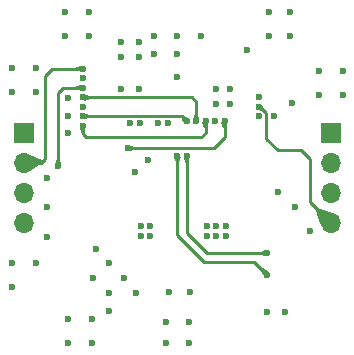
<source format=gbr>
%TF.GenerationSoftware,KiCad,Pcbnew,7.0.11*%
%TF.CreationDate,2025-03-31T22:51:49+09:00*%
%TF.ProjectId,sch16t_evt,73636831-3674-45f6-9576-742e6b696361,rev?*%
%TF.SameCoordinates,Original*%
%TF.FileFunction,Copper,L3,Inr*%
%TF.FilePolarity,Positive*%
%FSLAX46Y46*%
G04 Gerber Fmt 4.6, Leading zero omitted, Abs format (unit mm)*
G04 Created by KiCad (PCBNEW 7.0.11) date 2025-03-31 22:51:49*
%MOMM*%
%LPD*%
G01*
G04 APERTURE LIST*
%TA.AperFunction,ComponentPad*%
%ADD10R,1.700000X1.700000*%
%TD*%
%TA.AperFunction,ComponentPad*%
%ADD11O,1.700000X1.700000*%
%TD*%
%TA.AperFunction,ViaPad*%
%ADD12C,0.600000*%
%TD*%
%TA.AperFunction,Conductor*%
%ADD13C,0.250000*%
%TD*%
G04 APERTURE END LIST*
D10*
%TO.N,/RX_1*%
%TO.C,J3*%
X137000000Y-96210000D03*
D11*
%TO.N,/TX_1*%
X137000000Y-98750000D03*
%TO.N,/PPS*%
X137000000Y-101290000D03*
%TO.N,/GPIO*%
X137000000Y-103830000D03*
%TD*%
D10*
%TO.N,+5V*%
%TO.C,J4*%
X163000000Y-96210000D03*
D11*
%TO.N,GND*%
X163000000Y-98750000D03*
%TO.N,/TX_2*%
X163000000Y-101290000D03*
%TO.N,/RX_2*%
X163000000Y-103830000D03*
%TD*%
D12*
%TO.N,GND*%
X150000000Y-89500000D03*
X151000000Y-114000000D03*
X162000000Y-91000000D03*
X145250000Y-89750000D03*
X146750000Y-88500000D03*
X139000000Y-102500000D03*
X140500000Y-86000000D03*
X140500000Y-88000000D03*
X144250000Y-111250000D03*
X138000000Y-90750000D03*
X162000000Y-93000000D03*
X146500000Y-109750000D03*
X154500000Y-93750000D03*
X153250000Y-92500000D03*
X145250000Y-92500000D03*
X151000000Y-112250000D03*
X144250000Y-109750000D03*
X146750000Y-89750000D03*
X148000000Y-88000000D03*
X157750000Y-86000000D03*
X145250000Y-88500000D03*
X150000000Y-88000000D03*
X159700000Y-93655000D03*
X136000000Y-90750000D03*
X148000000Y-89500000D03*
X138000000Y-107250000D03*
X150000000Y-91500000D03*
X140750000Y-94750000D03*
X149000000Y-112250000D03*
X140750000Y-114000000D03*
X146400000Y-99500000D03*
X140750000Y-96250000D03*
X152000000Y-88000000D03*
X159500000Y-88000000D03*
X153250000Y-93750000D03*
X139000000Y-100000000D03*
X144250000Y-107250000D03*
X139000000Y-105000000D03*
X142750000Y-114000000D03*
X136000000Y-109250000D03*
X149000000Y-114000000D03*
X157750000Y-88000000D03*
X142750000Y-112000000D03*
X164000000Y-91000000D03*
X160000000Y-102500000D03*
X154500000Y-92500000D03*
X140750000Y-112000000D03*
X142500000Y-86000000D03*
X138000000Y-92750000D03*
X136000000Y-92750000D03*
X142500000Y-88000000D03*
X164000000Y-93000000D03*
X136000000Y-107250000D03*
X145500000Y-108500000D03*
X146750000Y-92500000D03*
X159500000Y-86000000D03*
X140750000Y-93250000D03*
%TO.N,VBUS*%
X143100000Y-106000000D03*
%TO.N,+3.3V*%
X155900000Y-89200000D03*
X158500000Y-101200000D03*
X158150000Y-94800000D03*
%TO.N,VDD*%
X161200000Y-104500000D03*
X147700000Y-104100000D03*
X152500000Y-104900000D03*
X152500000Y-104100000D03*
X146900000Y-104900000D03*
X154100000Y-104100000D03*
X153300000Y-104100000D03*
X153300000Y-104900000D03*
X147700000Y-104900000D03*
X146900000Y-104100000D03*
X154100000Y-104900000D03*
%TO.N,/EN*%
X156900000Y-93200000D03*
%TO.N,/IO9*%
X146000000Y-95400000D03*
%TO.N,/DM*%
X150800000Y-98125000D03*
X157600000Y-106400000D03*
%TO.N,/DP*%
X149999997Y-98125000D03*
X157600000Y-108200000D03*
%TO.N,Net-(J2-CC1)*%
X149300000Y-109700000D03*
X159100000Y-111390000D03*
%TO.N,Net-(J2-CC2)*%
X157600000Y-111390000D03*
X151100000Y-109700000D03*
%TO.N,/RX_1*%
X142000000Y-91600000D03*
%TO.N,/TX_1*%
X142000000Y-90800000D03*
%TO.N,/PPS*%
X149200000Y-95400000D03*
%TO.N,/GPIO*%
X148400000Y-95400000D03*
%TO.N,/TX_2*%
X156900000Y-94800000D03*
%TO.N,/RX_2*%
X156900000Y-94000000D03*
%TO.N,Net-(U1-STAT)*%
X142900000Y-108500000D03*
X147500000Y-98500000D03*
%TO.N,/EXTRESN*%
X139900000Y-99000000D03*
X142000000Y-92400000D03*
%TO.N,/IO8*%
X146800000Y-95400000D03*
%TO.N,/MISO*%
X142000000Y-94800000D03*
X150799988Y-95200000D03*
%TO.N,/DRY_SYNC*%
X142000000Y-93200000D03*
X151599991Y-95200000D03*
%TO.N,/SCK*%
X142000000Y-95600000D03*
X152399994Y-95200000D03*
%TO.N,/CS*%
X142000000Y-94000000D03*
X153199997Y-95200000D03*
%TO.N,/MOSI*%
X145800000Y-97500000D03*
X154000000Y-95200000D03*
%TD*%
D13*
%TO.N,/DM*%
X152500000Y-106400000D02*
X157600000Y-106400000D01*
X150800000Y-98125000D02*
X150800000Y-104700000D01*
X150800000Y-104700000D02*
X152500000Y-106400000D01*
%TO.N,/DP*%
X156500000Y-107100000D02*
X157600000Y-108200000D01*
X150000000Y-104836396D02*
X152263604Y-107100000D01*
X149999997Y-98125000D02*
X150000000Y-98125003D01*
X152263604Y-107100000D02*
X156500000Y-107100000D01*
X150000000Y-98125003D02*
X150000000Y-104836396D01*
%TO.N,/TX_1*%
X139400000Y-90800000D02*
X138800000Y-91400000D01*
X142000000Y-90800000D02*
X139400000Y-90800000D01*
X138450000Y-98750000D02*
X137000000Y-98750000D01*
X138800000Y-91400000D02*
X138800000Y-98400000D01*
X138800000Y-98400000D02*
X138450000Y-98750000D01*
%TO.N,/RX_2*%
X163000000Y-103830000D02*
X161200000Y-102030000D01*
X161200000Y-102030000D02*
X161200000Y-98400000D01*
X158500000Y-97700000D02*
X157525000Y-96725000D01*
X157525000Y-94541116D02*
X156983884Y-94000000D01*
X157525000Y-96725000D02*
X157525000Y-94541116D01*
X161200000Y-98400000D02*
X160500000Y-97700000D01*
X156983884Y-94000000D02*
X156900000Y-94000000D01*
X160500000Y-97700000D02*
X158500000Y-97700000D01*
%TO.N,/EXTRESN*%
X140300000Y-92400000D02*
X139900000Y-92800000D01*
X139900000Y-92800000D02*
X139900000Y-99000000D01*
X142000000Y-92400000D02*
X140300000Y-92400000D01*
%TO.N,/MISO*%
X143925000Y-94775000D02*
X150374988Y-94775000D01*
X142000000Y-94800000D02*
X143900000Y-94800000D01*
X150374988Y-94775000D02*
X150799988Y-95200000D01*
X143900000Y-94800000D02*
X143925000Y-94775000D01*
%TO.N,/DRY_SYNC*%
X151599991Y-95200000D02*
X151599991Y-93599991D01*
X151599991Y-93599991D02*
X151200000Y-93200000D01*
X151200000Y-93200000D02*
X142000000Y-93200000D01*
%TO.N,/SCK*%
X142000000Y-96300000D02*
X142300000Y-96600000D01*
X142000000Y-95600000D02*
X142000000Y-96300000D01*
X142300000Y-96600000D02*
X152000000Y-96600000D01*
X152000000Y-96600000D02*
X152399994Y-96200006D01*
X152399994Y-96200006D02*
X152399994Y-95200000D01*
%TO.N,/MOSI*%
X153100000Y-97500000D02*
X145800000Y-97500000D01*
X154000000Y-95200000D02*
X154000000Y-96600000D01*
X154000000Y-96600000D02*
X153100000Y-97500000D01*
%TD*%
%TA.AperFunction,Conductor*%
%TO.N,/MISO*%
G36*
X150471724Y-94691325D02*
G01*
X150905334Y-94917893D01*
X150911080Y-94924762D01*
X150910739Y-94932707D01*
X150802551Y-95196184D01*
X150796239Y-95202536D01*
X150796172Y-95202563D01*
X150532695Y-95310751D01*
X150523740Y-95310724D01*
X150517881Y-95305346D01*
X150291313Y-94871737D01*
X150290520Y-94862821D01*
X150293409Y-94858051D01*
X150458038Y-94693422D01*
X150466310Y-94689996D01*
X150471724Y-94691325D01*
G37*
%TD.AperFunction*%
%TD*%
%TA.AperFunction,Conductor*%
%TO.N,/DP*%
G36*
X150267315Y-98235691D02*
G01*
X150273626Y-98242042D01*
X150273967Y-98249987D01*
X150127571Y-98716800D01*
X150121825Y-98723669D01*
X150116407Y-98724999D01*
X149883593Y-98724999D01*
X149875320Y-98721572D01*
X149872429Y-98716800D01*
X149726026Y-98249987D01*
X149726820Y-98241068D01*
X149732676Y-98235692D01*
X149995487Y-98125883D01*
X150004441Y-98125857D01*
X150267315Y-98235691D01*
G37*
%TD.AperFunction*%
%TD*%
%TA.AperFunction,Conductor*%
%TO.N,/SCK*%
G36*
X152667312Y-95310691D02*
G01*
X152673623Y-95317042D01*
X152673964Y-95324987D01*
X152527565Y-95791801D01*
X152521819Y-95798670D01*
X152516401Y-95800000D01*
X152283587Y-95800000D01*
X152275314Y-95796573D01*
X152272423Y-95791801D01*
X152126023Y-95324987D01*
X152126817Y-95316068D01*
X152132673Y-95310692D01*
X152395484Y-95200883D01*
X152404438Y-95200857D01*
X152667312Y-95310691D01*
G37*
%TD.AperFunction*%
%TD*%
%TA.AperFunction,Conductor*%
%TO.N,/DM*%
G36*
X151067318Y-98235691D02*
G01*
X151073629Y-98242042D01*
X151073970Y-98249987D01*
X150927571Y-98716801D01*
X150921825Y-98723670D01*
X150916407Y-98725000D01*
X150683593Y-98725000D01*
X150675320Y-98721573D01*
X150672429Y-98716801D01*
X150526029Y-98249987D01*
X150526823Y-98241068D01*
X150532679Y-98235692D01*
X150795490Y-98125883D01*
X150804444Y-98125857D01*
X151067318Y-98235691D01*
G37*
%TD.AperFunction*%
%TD*%
%TA.AperFunction,Conductor*%
%TO.N,/DP*%
G36*
X157271736Y-107691325D02*
G01*
X157705346Y-107917893D01*
X157711092Y-107924762D01*
X157710751Y-107932707D01*
X157602563Y-108196184D01*
X157596251Y-108202536D01*
X157596184Y-108202563D01*
X157332707Y-108310751D01*
X157323752Y-108310724D01*
X157317893Y-108305346D01*
X157091325Y-107871737D01*
X157090532Y-107862821D01*
X157093421Y-107858051D01*
X157258050Y-107693422D01*
X157266322Y-107689996D01*
X157271736Y-107691325D01*
G37*
%TD.AperFunction*%
%TD*%
%TA.AperFunction,Conductor*%
%TO.N,/DRY_SYNC*%
G36*
X151724671Y-94603427D02*
G01*
X151727562Y-94608199D01*
X151873961Y-95075012D01*
X151873167Y-95083931D01*
X151867308Y-95089309D01*
X151604502Y-95199115D01*
X151595547Y-95199142D01*
X151595480Y-95199115D01*
X151332673Y-95089309D01*
X151326361Y-95082957D01*
X151326020Y-95075013D01*
X151472420Y-94608199D01*
X151478166Y-94601330D01*
X151483584Y-94600000D01*
X151716398Y-94600000D01*
X151724671Y-94603427D01*
G37*
%TD.AperFunction*%
%TD*%
%TA.AperFunction,Conductor*%
%TO.N,/RX_2*%
G36*
X157118620Y-93797914D02*
G01*
X157120033Y-93799639D01*
X157440887Y-94277600D01*
X157442653Y-94286379D01*
X157439446Y-94292394D01*
X157278477Y-94453362D01*
X157270204Y-94456789D01*
X157261931Y-94453362D01*
X157261384Y-94452775D01*
X157231128Y-94417857D01*
X157110053Y-94340047D01*
X157041007Y-94319773D01*
X156971962Y-94299500D01*
X156971961Y-94299500D01*
X156845760Y-94299500D01*
X156841582Y-94298728D01*
X156796392Y-94281446D01*
X156789888Y-94275290D01*
X156789643Y-94266339D01*
X156789728Y-94266124D01*
X156898394Y-94001480D01*
X156900967Y-93997629D01*
X157102075Y-93797858D01*
X157110358Y-93794460D01*
X157118620Y-93797914D01*
G37*
%TD.AperFunction*%
%TD*%
%TA.AperFunction,Conductor*%
%TO.N,/SCK*%
G36*
X142267318Y-95710691D02*
G01*
X142273629Y-95717042D01*
X142273970Y-95724987D01*
X142127571Y-96191801D01*
X142121825Y-96198670D01*
X142116407Y-96200000D01*
X141883593Y-96200000D01*
X141875320Y-96196573D01*
X141872429Y-96191801D01*
X141726029Y-95724987D01*
X141726823Y-95716068D01*
X141732679Y-95710692D01*
X141995490Y-95600883D01*
X142004444Y-95600857D01*
X142267318Y-95710691D01*
G37*
%TD.AperFunction*%
%TD*%
%TA.AperFunction,Conductor*%
%TO.N,/MOSI*%
G36*
X146391802Y-97372429D02*
G01*
X146398670Y-97378174D01*
X146400000Y-97383592D01*
X146400000Y-97616407D01*
X146396573Y-97624680D01*
X146391801Y-97627571D01*
X145924987Y-97773970D01*
X145916068Y-97773176D01*
X145910691Y-97767318D01*
X145800883Y-97504509D01*
X145800857Y-97495556D01*
X145800862Y-97495542D01*
X145910691Y-97232680D01*
X145917042Y-97226370D01*
X145924986Y-97226029D01*
X146391802Y-97372429D01*
G37*
%TD.AperFunction*%
%TD*%
%TA.AperFunction,Conductor*%
%TO.N,/DRY_SYNC*%
G36*
X142591802Y-93072429D02*
G01*
X142598670Y-93078174D01*
X142600000Y-93083592D01*
X142600000Y-93316407D01*
X142596573Y-93324680D01*
X142591801Y-93327571D01*
X142124987Y-93473970D01*
X142116068Y-93473176D01*
X142110691Y-93467318D01*
X142000883Y-93204509D01*
X142000857Y-93195556D01*
X142000862Y-93195542D01*
X142110691Y-92932680D01*
X142117042Y-92926370D01*
X142124986Y-92926029D01*
X142591802Y-93072429D01*
G37*
%TD.AperFunction*%
%TD*%
%TA.AperFunction,Conductor*%
%TO.N,/MOSI*%
G36*
X154267318Y-95310691D02*
G01*
X154273629Y-95317042D01*
X154273970Y-95324987D01*
X154127571Y-95791801D01*
X154121825Y-95798670D01*
X154116407Y-95800000D01*
X153883593Y-95800000D01*
X153875320Y-95796573D01*
X153872429Y-95791801D01*
X153726029Y-95324987D01*
X153726823Y-95316068D01*
X153732679Y-95310692D01*
X153995490Y-95200883D01*
X154004444Y-95200857D01*
X154267318Y-95310691D01*
G37*
%TD.AperFunction*%
%TD*%
%TA.AperFunction,Conductor*%
%TO.N,/MISO*%
G36*
X142591802Y-94672429D02*
G01*
X142598670Y-94678174D01*
X142600000Y-94683592D01*
X142600000Y-94916407D01*
X142596573Y-94924680D01*
X142591801Y-94927571D01*
X142124987Y-95073970D01*
X142116068Y-95073176D01*
X142110691Y-95067318D01*
X142000883Y-94804509D01*
X142000857Y-94795556D01*
X142000862Y-94795542D01*
X142110691Y-94532680D01*
X142117042Y-94526370D01*
X142124986Y-94526029D01*
X142591802Y-94672429D01*
G37*
%TD.AperFunction*%
%TD*%
%TA.AperFunction,Conductor*%
%TO.N,/RX_2*%
G36*
X161893251Y-102541968D02*
G01*
X162375027Y-102711102D01*
X163313629Y-103040611D01*
X163320300Y-103046584D01*
X163320792Y-103055526D01*
X163320567Y-103056116D01*
X163002562Y-103826214D01*
X162996237Y-103832553D01*
X162996214Y-103832562D01*
X162226116Y-104150567D01*
X162217161Y-104150558D01*
X162210836Y-104144219D01*
X162210611Y-104143629D01*
X162100755Y-103830707D01*
X161824818Y-103044702D01*
X161711968Y-102723251D01*
X161712460Y-102714309D01*
X161714731Y-102711105D01*
X161881103Y-102544733D01*
X161889375Y-102541307D01*
X161893251Y-102541968D01*
G37*
%TD.AperFunction*%
%TD*%
%TA.AperFunction,Conductor*%
%TO.N,/EXTRESN*%
G36*
X140024680Y-98403427D02*
G01*
X140027571Y-98408199D01*
X140173970Y-98875012D01*
X140173176Y-98883931D01*
X140167317Y-98889309D01*
X139904511Y-98999115D01*
X139895556Y-98999142D01*
X139895489Y-98999115D01*
X139632682Y-98889309D01*
X139626370Y-98882957D01*
X139626029Y-98875013D01*
X139772429Y-98408199D01*
X139778175Y-98401330D01*
X139783593Y-98400000D01*
X140016407Y-98400000D01*
X140024680Y-98403427D01*
G37*
%TD.AperFunction*%
%TD*%
%TA.AperFunction,Conductor*%
%TO.N,/TX_1*%
G36*
X141883931Y-90526823D02*
G01*
X141889309Y-90532682D01*
X141999115Y-90795489D01*
X141999142Y-90804444D01*
X141999115Y-90804511D01*
X141889309Y-91067317D01*
X141882957Y-91073629D01*
X141875012Y-91073970D01*
X141408199Y-90927571D01*
X141401330Y-90921825D01*
X141400000Y-90916407D01*
X141400000Y-90683592D01*
X141403427Y-90675319D01*
X141408196Y-90672429D01*
X141875013Y-90526029D01*
X141883931Y-90526823D01*
G37*
%TD.AperFunction*%
%TD*%
%TA.AperFunction,Conductor*%
%TO.N,/EXTRESN*%
G36*
X141883931Y-92126823D02*
G01*
X141889309Y-92132682D01*
X141999115Y-92395489D01*
X141999142Y-92404444D01*
X141999115Y-92404511D01*
X141889309Y-92667317D01*
X141882957Y-92673629D01*
X141875012Y-92673970D01*
X141408199Y-92527571D01*
X141401330Y-92521825D01*
X141400000Y-92516407D01*
X141400000Y-92283592D01*
X141403427Y-92275319D01*
X141408196Y-92272429D01*
X141875013Y-92126029D01*
X141883931Y-92126823D01*
G37*
%TD.AperFunction*%
%TD*%
%TA.AperFunction,Conductor*%
%TO.N,/TX_1*%
G36*
X137336034Y-97969313D02*
G01*
X137336086Y-97969334D01*
X138536319Y-98483948D01*
X138539980Y-98486427D01*
X138704792Y-98651239D01*
X138708219Y-98659512D01*
X138704792Y-98667785D01*
X138702746Y-98669418D01*
X137337001Y-99527930D01*
X137328173Y-99529431D01*
X137320868Y-99524251D01*
X137319969Y-99522513D01*
X137314167Y-99508550D01*
X137001154Y-98755188D01*
X137001146Y-98746239D01*
X137320745Y-97975637D01*
X137327079Y-97969309D01*
X137336034Y-97969313D01*
G37*
%TD.AperFunction*%
%TD*%
%TA.AperFunction,Conductor*%
%TO.N,/DM*%
G36*
X157483931Y-106126823D02*
G01*
X157489309Y-106132682D01*
X157599115Y-106395489D01*
X157599142Y-106404444D01*
X157599115Y-106404511D01*
X157489309Y-106667317D01*
X157482957Y-106673629D01*
X157475012Y-106673970D01*
X157008199Y-106527571D01*
X157001330Y-106521825D01*
X157000000Y-106516407D01*
X157000000Y-106283592D01*
X157003427Y-106275319D01*
X157008196Y-106272429D01*
X157475013Y-106126029D01*
X157483931Y-106126823D01*
G37*
%TD.AperFunction*%
%TD*%
M02*

</source>
